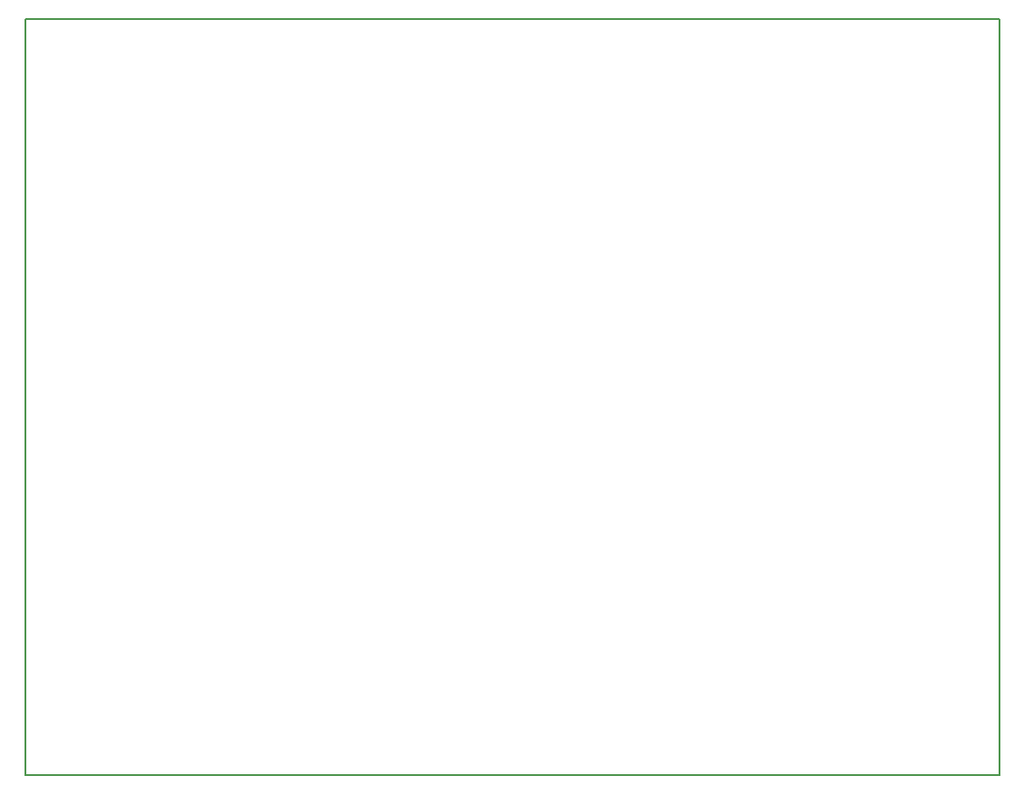
<source format=gbr>
G04 #@! TF.FileFunction,Profile,NP*
%FSLAX46Y46*%
G04 Gerber Fmt 4.6, Leading zero omitted, Abs format (unit mm)*
G04 Created by KiCad (PCBNEW 4.0.7+dfsg1-1) date Thu Jan  4 18:58:37 2018*
%MOMM*%
%LPD*%
G01*
G04 APERTURE LIST*
%ADD10C,0.300000*%
%ADD11C,0.150000*%
G04 APERTURE END LIST*
D10*
D11*
X198882000Y-63754000D02*
X198882000Y-63881000D01*
X107950000Y-63754000D02*
X198882000Y-63754000D01*
X107950000Y-134366000D02*
X107950000Y-63754000D01*
X198882000Y-134366000D02*
X107950000Y-134366000D01*
X198882000Y-63754000D02*
X198882000Y-134366000D01*
M02*

</source>
